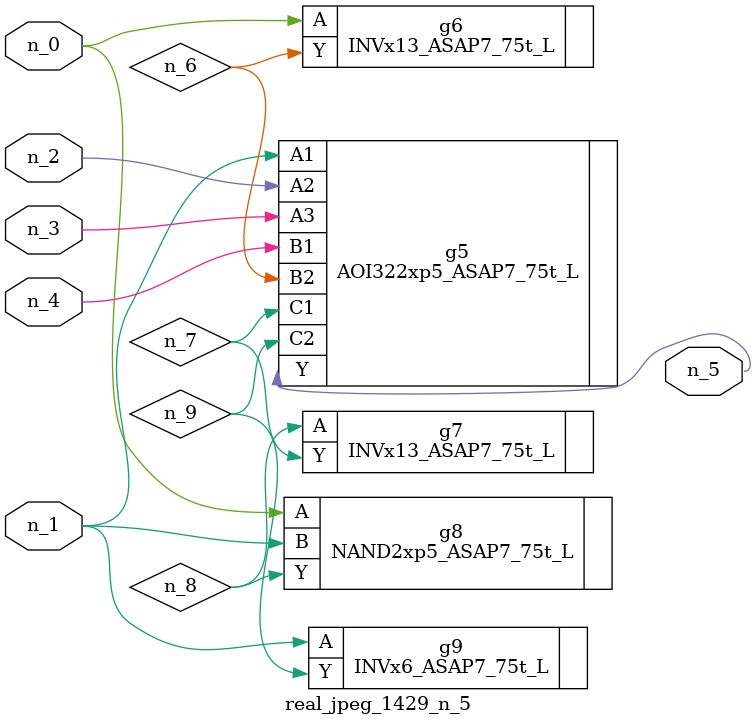
<source format=v>
module real_jpeg_1429_n_5 (n_4, n_0, n_1, n_2, n_3, n_5);

input n_4;
input n_0;
input n_1;
input n_2;
input n_3;

output n_5;

wire n_8;
wire n_6;
wire n_7;
wire n_9;

INVx13_ASAP7_75t_L g6 ( 
.A(n_0),
.Y(n_6)
);

NAND2xp5_ASAP7_75t_L g8 ( 
.A(n_0),
.B(n_1),
.Y(n_8)
);

AOI322xp5_ASAP7_75t_L g5 ( 
.A1(n_1),
.A2(n_2),
.A3(n_3),
.B1(n_4),
.B2(n_6),
.C1(n_7),
.C2(n_9),
.Y(n_5)
);

INVx6_ASAP7_75t_L g9 ( 
.A(n_1),
.Y(n_9)
);

INVx13_ASAP7_75t_L g7 ( 
.A(n_8),
.Y(n_7)
);


endmodule
</source>
